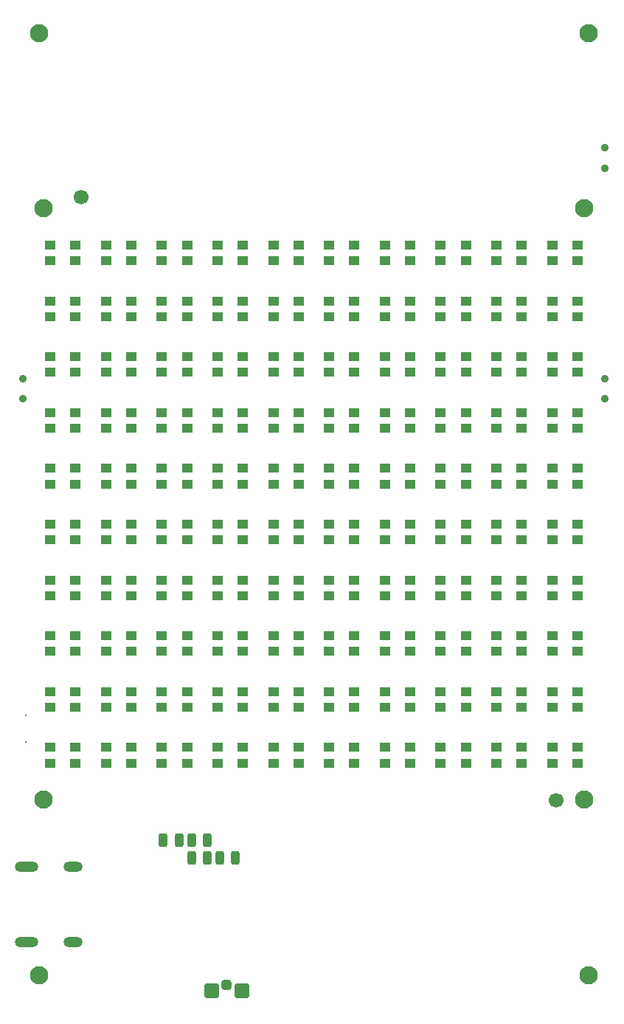
<source format=gts>
%FSLAX44Y44*%
%MOMM*%
G71*
G04*
G04 #@! TF.SameCoordinates,80543DCF-8C45-4766-8294-206619DBCA83*
G04*
G04*
G04 #@! TF.FilePolarity,Negative*
G04*
G01*
G75*
%ADD17C,1.7000*%
%ADD18R,1.3000X1.0000*%
G04:AMPARAMS|DCode=19|XSize=1.704mm|YSize=1.704mm|CornerRadius=0.2895mm|HoleSize=0mm|Usage=FLASHONLY|Rotation=270.000|XOffset=0mm|YOffset=0mm|HoleType=Round|Shape=RoundedRectangle|*
%AMROUNDEDRECTD19*
21,1,1.7040,1.1250,0,0,270.0*
21,1,1.1250,1.7040,0,0,270.0*
1,1,0.5790,-0.5625,-0.5625*
1,1,0.5790,-0.5625,0.5625*
1,1,0.5790,0.5625,0.5625*
1,1,0.5790,0.5625,-0.5625*
%
%ADD19ROUNDEDRECTD19*%
G04:AMPARAMS|DCode=20|XSize=1.104mm|YSize=1.104mm|CornerRadius=0.2145mm|HoleSize=0mm|Usage=FLASHONLY|Rotation=270.000|XOffset=0mm|YOffset=0mm|HoleType=Round|Shape=RoundedRectangle|*
%AMROUNDEDRECTD20*
21,1,1.1040,0.6750,0,0,270.0*
21,1,0.6750,1.1040,0,0,270.0*
1,1,0.4290,-0.3375,-0.3375*
1,1,0.4290,-0.3375,0.3375*
1,1,0.4290,0.3375,0.3375*
1,1,0.4290,0.3375,-0.3375*
%
%ADD20ROUNDEDRECTD20*%
G04:AMPARAMS|DCode=21|XSize=1.604mm|YSize=1.004mm|CornerRadius=0.302mm|HoleSize=0mm|Usage=FLASHONLY|Rotation=270.000|XOffset=0mm|YOffset=0mm|HoleType=Round|Shape=RoundedRectangle|*
%AMROUNDEDRECTD21*
21,1,1.6040,0.4000,0,0,270.0*
21,1,1.0000,1.0040,0,0,270.0*
1,1,0.6040,-0.2000,-0.5000*
1,1,0.6040,-0.2000,0.5000*
1,1,0.6040,0.2000,0.5000*
1,1,0.6040,0.2000,-0.5000*
%
%ADD21ROUNDEDRECTD21*%
%ADD22C,2.1000*%
%ADD23C,0.9000*%
%ADD24C,0.2040*%
%ADD25O,2.7000X1.2000*%
%ADD26O,2.2000X1.2000*%
D17*
X-617000Y927000D02*
D03*
X-71500Y235000D02*
D03*
D18*
X-111495Y296000D02*
D03*
Y278000D02*
D03*
X-140495D02*
D03*
Y296000D02*
D03*
X-367500Y872000D02*
D03*
Y854000D02*
D03*
X-396500D02*
D03*
Y872000D02*
D03*
X-332495Y296000D02*
D03*
Y278000D02*
D03*
X-303495D02*
D03*
Y296000D02*
D03*
X-652500D02*
D03*
Y278000D02*
D03*
X-623500D02*
D03*
Y296000D02*
D03*
X-268495D02*
D03*
Y278000D02*
D03*
X-239495D02*
D03*
Y296000D02*
D03*
X-588495D02*
D03*
Y278000D02*
D03*
X-559495D02*
D03*
Y296000D02*
D03*
X-204495D02*
D03*
Y278000D02*
D03*
X-175495D02*
D03*
Y296000D02*
D03*
X-524495D02*
D03*
Y278000D02*
D03*
X-495495D02*
D03*
Y296000D02*
D03*
X-460495D02*
D03*
Y278000D02*
D03*
X-431495D02*
D03*
Y296000D02*
D03*
X-47500D02*
D03*
Y278000D02*
D03*
X-76500D02*
D03*
Y296000D02*
D03*
X-396495D02*
D03*
Y278000D02*
D03*
X-367495D02*
D03*
Y296000D02*
D03*
X-303500Y360000D02*
D03*
Y342000D02*
D03*
X-332500D02*
D03*
Y360000D02*
D03*
X-303500Y424000D02*
D03*
Y406000D02*
D03*
X-332500D02*
D03*
Y424000D02*
D03*
X-303500Y488000D02*
D03*
Y470000D02*
D03*
X-332500D02*
D03*
Y488000D02*
D03*
X-303500Y552000D02*
D03*
Y534000D02*
D03*
X-332500D02*
D03*
Y552000D02*
D03*
X-303500Y616000D02*
D03*
Y598000D02*
D03*
X-332500D02*
D03*
Y616000D02*
D03*
X-303500Y680000D02*
D03*
Y662000D02*
D03*
X-332500D02*
D03*
Y680000D02*
D03*
X-303500Y744000D02*
D03*
Y726000D02*
D03*
X-332500D02*
D03*
Y744000D02*
D03*
X-303500Y808000D02*
D03*
Y790000D02*
D03*
X-332500D02*
D03*
Y808000D02*
D03*
X-303500Y872000D02*
D03*
Y854000D02*
D03*
X-332500D02*
D03*
Y872000D02*
D03*
X-623500Y360000D02*
D03*
Y342000D02*
D03*
X-652500D02*
D03*
Y360000D02*
D03*
X-623500Y424000D02*
D03*
Y406000D02*
D03*
X-652500D02*
D03*
Y424000D02*
D03*
X-623500Y488000D02*
D03*
Y470000D02*
D03*
X-652500D02*
D03*
Y488000D02*
D03*
X-623500Y552000D02*
D03*
Y534000D02*
D03*
X-652500D02*
D03*
Y552000D02*
D03*
X-623500Y616000D02*
D03*
Y598000D02*
D03*
X-652500D02*
D03*
Y616000D02*
D03*
X-623500Y680000D02*
D03*
Y662000D02*
D03*
X-652500D02*
D03*
Y680000D02*
D03*
X-623500Y744000D02*
D03*
Y726000D02*
D03*
X-652500D02*
D03*
Y744000D02*
D03*
X-623500Y808000D02*
D03*
Y790000D02*
D03*
X-652500D02*
D03*
Y808000D02*
D03*
X-623500Y872000D02*
D03*
Y854000D02*
D03*
X-652500D02*
D03*
Y872000D02*
D03*
X-239500Y360000D02*
D03*
Y342000D02*
D03*
X-268500D02*
D03*
Y360000D02*
D03*
X-239500Y424000D02*
D03*
Y406000D02*
D03*
X-268500D02*
D03*
Y424000D02*
D03*
X-239500Y488000D02*
D03*
Y470000D02*
D03*
X-268500D02*
D03*
Y488000D02*
D03*
X-239500Y552000D02*
D03*
Y534000D02*
D03*
X-268500D02*
D03*
Y552000D02*
D03*
X-239500Y616000D02*
D03*
Y598000D02*
D03*
X-268500D02*
D03*
Y616000D02*
D03*
X-239500Y680000D02*
D03*
Y662000D02*
D03*
X-268500D02*
D03*
Y680000D02*
D03*
X-239500Y744000D02*
D03*
Y726000D02*
D03*
X-268500D02*
D03*
Y744000D02*
D03*
X-239500Y808000D02*
D03*
Y790000D02*
D03*
X-268500D02*
D03*
Y808000D02*
D03*
X-239500Y872000D02*
D03*
Y854000D02*
D03*
X-268500D02*
D03*
Y872000D02*
D03*
X-559500Y360000D02*
D03*
Y342000D02*
D03*
X-588500D02*
D03*
Y360000D02*
D03*
X-559500Y424000D02*
D03*
Y406000D02*
D03*
X-588500D02*
D03*
Y424000D02*
D03*
X-559500Y488000D02*
D03*
Y470000D02*
D03*
X-588500D02*
D03*
Y488000D02*
D03*
X-559500Y552000D02*
D03*
Y534000D02*
D03*
X-588500D02*
D03*
Y552000D02*
D03*
X-559500Y616000D02*
D03*
Y598000D02*
D03*
X-588500D02*
D03*
Y616000D02*
D03*
X-559500Y680000D02*
D03*
Y662000D02*
D03*
X-588500D02*
D03*
Y680000D02*
D03*
X-559500Y744000D02*
D03*
Y726000D02*
D03*
X-588500D02*
D03*
Y744000D02*
D03*
X-559500Y808000D02*
D03*
Y790000D02*
D03*
X-588500D02*
D03*
Y808000D02*
D03*
X-559500Y872000D02*
D03*
Y854000D02*
D03*
X-588500D02*
D03*
Y872000D02*
D03*
X-175500Y360000D02*
D03*
Y342000D02*
D03*
X-204500D02*
D03*
Y360000D02*
D03*
X-175505Y424000D02*
D03*
Y406000D02*
D03*
X-204505D02*
D03*
Y424000D02*
D03*
X-175500Y488000D02*
D03*
Y470000D02*
D03*
X-204500D02*
D03*
Y488000D02*
D03*
X-175500Y552000D02*
D03*
Y534000D02*
D03*
X-204500D02*
D03*
Y552000D02*
D03*
X-175500Y616000D02*
D03*
Y598000D02*
D03*
X-204500D02*
D03*
Y616000D02*
D03*
X-175500Y680000D02*
D03*
Y662000D02*
D03*
X-204500D02*
D03*
Y680000D02*
D03*
X-175500Y744000D02*
D03*
Y726000D02*
D03*
X-204500D02*
D03*
Y744000D02*
D03*
X-175500Y808000D02*
D03*
Y790000D02*
D03*
X-204500D02*
D03*
Y808000D02*
D03*
X-175500Y872000D02*
D03*
Y854000D02*
D03*
X-204500D02*
D03*
Y872000D02*
D03*
X-495500Y360000D02*
D03*
Y342000D02*
D03*
X-524500D02*
D03*
Y360000D02*
D03*
X-495500Y424000D02*
D03*
Y406000D02*
D03*
X-524500D02*
D03*
Y424000D02*
D03*
X-495500Y488000D02*
D03*
Y470000D02*
D03*
X-524500D02*
D03*
Y488000D02*
D03*
X-495500Y552000D02*
D03*
Y534000D02*
D03*
X-524500D02*
D03*
Y552000D02*
D03*
X-495500Y616000D02*
D03*
Y598000D02*
D03*
X-524500D02*
D03*
Y616000D02*
D03*
X-495500Y680000D02*
D03*
Y662000D02*
D03*
X-524500D02*
D03*
Y680000D02*
D03*
X-495500Y744000D02*
D03*
Y726000D02*
D03*
X-524500D02*
D03*
Y744000D02*
D03*
X-495500Y808000D02*
D03*
Y790000D02*
D03*
X-524500D02*
D03*
Y808000D02*
D03*
X-495500Y872000D02*
D03*
Y854000D02*
D03*
X-524500D02*
D03*
Y872000D02*
D03*
X-111500Y360000D02*
D03*
Y342000D02*
D03*
X-140500D02*
D03*
Y360000D02*
D03*
X-111500Y424000D02*
D03*
Y406000D02*
D03*
X-140500D02*
D03*
Y424000D02*
D03*
X-111500Y488000D02*
D03*
Y470000D02*
D03*
X-140500D02*
D03*
Y488000D02*
D03*
X-111500Y552000D02*
D03*
Y534000D02*
D03*
X-140500D02*
D03*
Y552000D02*
D03*
X-111500Y616000D02*
D03*
Y598000D02*
D03*
X-140500D02*
D03*
Y616000D02*
D03*
X-111500Y680000D02*
D03*
Y662000D02*
D03*
X-140500D02*
D03*
Y680000D02*
D03*
X-111500Y744000D02*
D03*
Y726000D02*
D03*
X-140500D02*
D03*
Y744000D02*
D03*
X-111500Y808000D02*
D03*
Y790000D02*
D03*
X-140500D02*
D03*
Y808000D02*
D03*
X-111500Y872000D02*
D03*
Y854000D02*
D03*
X-140500D02*
D03*
Y872000D02*
D03*
X-431500Y360000D02*
D03*
Y342000D02*
D03*
X-460500D02*
D03*
Y360000D02*
D03*
X-431500Y424000D02*
D03*
Y406000D02*
D03*
X-460500D02*
D03*
Y424000D02*
D03*
X-431500Y488000D02*
D03*
Y470000D02*
D03*
X-460500D02*
D03*
Y488000D02*
D03*
X-431500Y552000D02*
D03*
Y534000D02*
D03*
X-460500D02*
D03*
Y552000D02*
D03*
X-431500Y616000D02*
D03*
Y598000D02*
D03*
X-460500D02*
D03*
Y616000D02*
D03*
X-431500Y680000D02*
D03*
Y662000D02*
D03*
X-460500D02*
D03*
Y680000D02*
D03*
X-431500Y744000D02*
D03*
Y726000D02*
D03*
X-460500D02*
D03*
Y744000D02*
D03*
X-431500Y808000D02*
D03*
Y790000D02*
D03*
X-460500D02*
D03*
Y808000D02*
D03*
X-431500Y872000D02*
D03*
Y854000D02*
D03*
X-460500D02*
D03*
Y872000D02*
D03*
X-47500Y360000D02*
D03*
Y342000D02*
D03*
X-76500D02*
D03*
Y360000D02*
D03*
X-47500Y424000D02*
D03*
Y406000D02*
D03*
X-76500D02*
D03*
Y424000D02*
D03*
X-47500Y488000D02*
D03*
Y470000D02*
D03*
X-76500D02*
D03*
Y488000D02*
D03*
X-47500Y552000D02*
D03*
Y534000D02*
D03*
X-76500D02*
D03*
Y552000D02*
D03*
X-47500Y616000D02*
D03*
Y598000D02*
D03*
X-76500D02*
D03*
Y616000D02*
D03*
X-47500Y680000D02*
D03*
Y662000D02*
D03*
X-76500D02*
D03*
Y680000D02*
D03*
X-47500Y744000D02*
D03*
Y726000D02*
D03*
X-76500D02*
D03*
Y744000D02*
D03*
X-47500Y808000D02*
D03*
Y790000D02*
D03*
X-76500D02*
D03*
Y808000D02*
D03*
X-47500Y872000D02*
D03*
Y854000D02*
D03*
X-76500D02*
D03*
Y872000D02*
D03*
X-367500Y360000D02*
D03*
Y342000D02*
D03*
X-396500D02*
D03*
Y360000D02*
D03*
X-367500Y424000D02*
D03*
Y406000D02*
D03*
X-396500D02*
D03*
Y424000D02*
D03*
X-367500Y488000D02*
D03*
Y470000D02*
D03*
X-396500D02*
D03*
Y488000D02*
D03*
X-367500Y552000D02*
D03*
Y534000D02*
D03*
X-396500D02*
D03*
Y552000D02*
D03*
X-367500Y616000D02*
D03*
Y598000D02*
D03*
X-396500D02*
D03*
Y616000D02*
D03*
X-367500Y680000D02*
D03*
Y662000D02*
D03*
X-396500D02*
D03*
Y680000D02*
D03*
X-367500Y744000D02*
D03*
Y726000D02*
D03*
X-396500D02*
D03*
Y744000D02*
D03*
X-367500Y808000D02*
D03*
Y790000D02*
D03*
X-396500D02*
D03*
Y808000D02*
D03*
D19*
X-432500Y17000D02*
D03*
X-467500D02*
D03*
D20*
X-450000Y23500D02*
D03*
D21*
X-504750Y189500D02*
D03*
X-522750D02*
D03*
X-458250Y169000D02*
D03*
X-440250D02*
D03*
X-490500D02*
D03*
X-472500D02*
D03*
X-472500Y189500D02*
D03*
X-490500D02*
D03*
D22*
X-665000Y35000D02*
D03*
X-35000D02*
D03*
X-665000Y1115000D02*
D03*
X-35000Y1115000D02*
D03*
X-40000Y914000D02*
D03*
X-660000D02*
D03*
Y236000D02*
D03*
X-40000D02*
D03*
D23*
X-15750Y960500D02*
D03*
Y983500D02*
D03*
X-684250Y696000D02*
D03*
Y719000D02*
D03*
X-15750Y696000D02*
D03*
Y719000D02*
D03*
D24*
X-681000Y302500D02*
D03*
Y332500D02*
D03*
D25*
X-679700Y159200D02*
D03*
Y72800D02*
D03*
D26*
X-626100Y159200D02*
D03*
Y72800D02*
D03*
M02*

</source>
